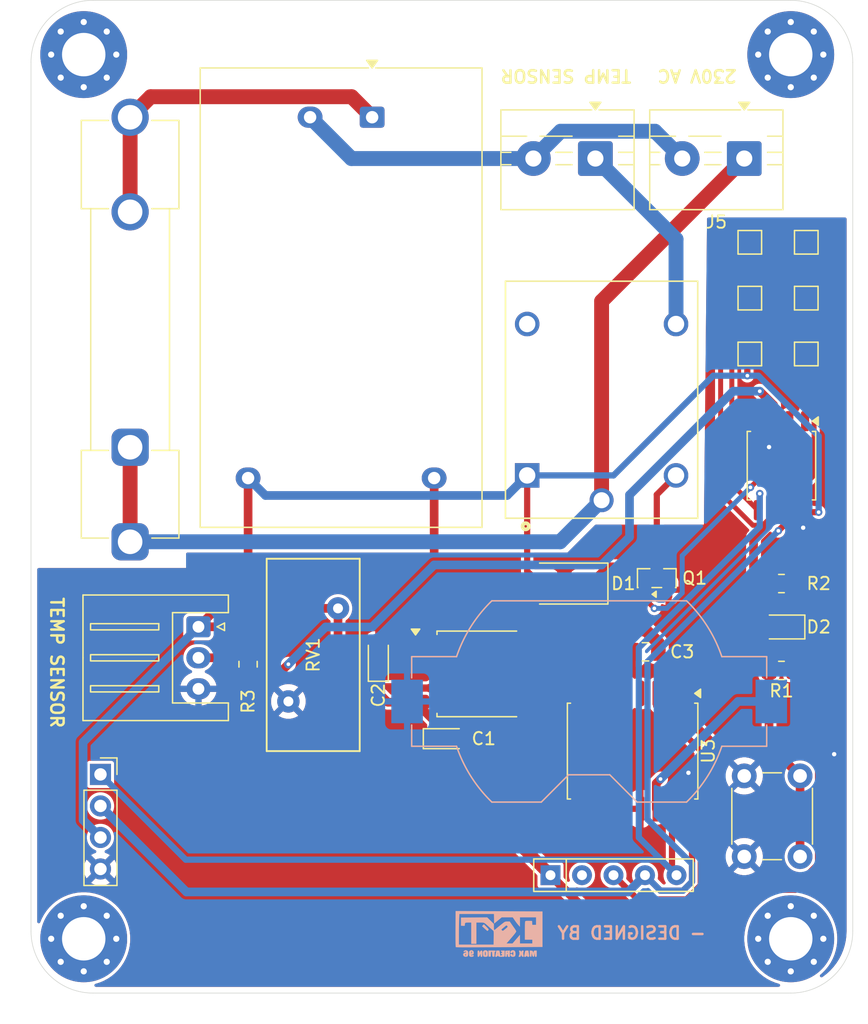
<source format=kicad_pcb>
(kicad_pcb (version 20241229) (generator "pcbnew") (generator_version "9.0")
  (layers (0 "F.Cu" signal) (2 "B.Cu" signal) (13 "F.Paste" user) (15 "B.Paste" user) (5 "F.SilkS" user "F.Silkscreen") (7 "B.SilkS" user "B.Silkscreen") (1 "F.Mask" user) (3 "B.Mask" user) (25 "Edge.Cuts" user))
  (net 0 "")
  (net 1 "5V")
  (net 2 "GND")
  (net 3 "3V3")
  (net 4 "/MOS_1")
  (net 5 "Net-(D2-A)")
  (net 6 "FUSED_LIVE")
  (net 7 "LIVE")
  (net 8 "SDA")
  (net 9 "SCL")
  (net 10 "VBAT")
  (net 11 "NEUTRAL")
  (net 12 "/LIVE1")
  (net 13 "/TEMP")
  (net 15 "/SW")
  (net 16 "REL1")
  (net 17 "/RST")
  (net 19 "INT")
  (footprint "Fuse:Fuseholder_Clip-6.3x32mm_Littelfuse_102_122_Inline_P34.21x7.62mm_D1.98mm_Horizontal" (layer "F.Cu") (at 129.75 91.37 90)
    (property "Reference" "F1" (hide yes))
    (property "Value" "250V@500mA")
    (pad "1" thru_hole roundrect (at 0 0 90) (size 3 3) (drill 1.98) (layers "*.Cu" "*.Mask") (net 7 "LIVE"))
    (pad "1" thru_hole roundrect (at 7.62 0 90) (size 3 3) (drill 1.98) (layers "*.Cu" "*.Mask") (net 7 "LIVE"))
    (pad "2" thru_hole circle (at 26.59 0 90) (size 3 3) (drill 1.98) (layers "*.Cu" "*.Mask") (net 6 "FUSED_LIVE"))
    (pad "2" thru_hole circle (at 34.21 0 90) (size 3 3) (drill 1.98) (layers "*.Cu" "*.Mask") (net 6 "FUSED_LIVE"))
  )
  (footprint "Resistor_SMD:R_0805_2012Metric_Pad1.20x1.40mm_HandSolder" (layer "F.Cu") (at 182.26 101.735 180)
    (property "Reference" "R1" (at 0 -1.65 0) (layer "F.SilkS"))
    (property "Value" "10k")
    (pad "1" smd roundrect (at -1 0 180) (size 1.2 1.4) (layers "F.Cu" "F.Mask" "F.Paste") (roundrect_rratio 0.208333) (net 3 "3V3"))
    (pad "2" smd roundrect (at 1 0 180) (size 1.2 1.4) (layers "F.Cu" "F.Mask" "F.Paste") (roundrect_rratio 0.208333) (net 15 "/SW"))
  )
  (footprint "MountingHole:MountingHole_3.5mm_Pad_Via" (layer "F.Cu") (at 183.01 123.36 -90)
    (property "Reference" "H3" (hide yes))
    (property "Value" "MH")
    (pad "1" thru_hole circle (at -2.625 0 270) (size 0.8 0.8) (drill 0.5) (layers "*.Cu" "*.Mask"))
    (pad "1" thru_hole circle (at -1.856155 -1.856155 270) (size 0.8 0.8) (drill 0.5) (layers "*.Cu" "*.Mask"))
    (pad "1" thru_hole circle (at -1.856155 1.856155 270) (size 0.8 0.8) (drill 0.5) (layers "*.Cu" "*.Mask"))
    (pad "1" thru_hole circle (at 0 -2.625 270) (size 0.8 0.8) (drill 0.5) (layers "*.Cu" "*.Mask"))
    (pad "1" thru_hole circle (at 0 0 270) (size 7 7) (drill 3.5) (layers "*.Cu" "*.Mask"))
    (pad "1" thru_hole circle (at 0 2.625 270) (size 0.8 0.8) (drill 0.5) (layers "*.Cu" "*.Mask"))
    (pad "1" thru_hole circle (at 1.856155 -1.856155 270) (size 0.8 0.8) (drill 0.5) (layers "*.Cu" "*.Mask"))
    (pad "1" thru_hole circle (at 1.856155 1.856155 270) (size 0.8 0.8) (drill 0.5) (layers "*.Cu" "*.Mask"))
    (pad "1" thru_hole circle (at 2.625 0 270) (size 0.8 0.8) (drill 0.5) (layers "*.Cu" "*.Mask"))
  )
  (footprint "TestPoint:TestPoint_Pad_1.5x1.5mm" (layer "F.Cu") (at 179.71 76.235 -90)
    (property "Reference" "VCC1" (hide yes))
    (property "Value" "TP")
    (pad "1" smd rect (at 0 0 270) (size 1.5 1.5) (layers "F.Cu" "F.Mask") (net 1 "5V"))
  )
  (footprint "TestPoint:TestPoint_Pad_1.5x1.5mm" (layer "F.Cu") (at 179.71 71.735 -90)
    (property "Reference" "RESET1" (hide yes))
    (property "Value" "TP")
    (pad "1" smd rect (at 0 0 270) (size 1.5 1.5) (layers "F.Cu" "F.Mask") (net 17 "/RST"))
  )
  (footprint "TestPoint:TestPoint_Pad_1.5x1.5mm" (layer "F.Cu") (at 179.71 67.235 -90)
    (property "Reference" "MISO1" (hide yes))
    (property "Value" "TP")
    (pad "1" smd rect (at 0 0 270) (size 1.5 1.5) (layers "F.Cu" "F.Mask") (net 15 "/SW"))
  )
  (footprint "Resistor_THT:R_Array_SIP5" (layer "F.Cu") (at 163.64 118.235)
    (property "Reference" "RN1" (hide yes))
    (property "Value" "4k7")
    (pad "1" thru_hole rect (at 0 0) (size 1.6 1.6) (drill 0.8) (layers "*.Cu" "*.Mask") (net 3 "3V3"))
    (pad "2" thru_hole circle (at 2.54 0) (size 1.6 1.6) (drill 0.8) (layers "*.Cu" "*.Mask"))
    (pad "3" thru_hole circle (at 5.08 0) (size 1.6 1.6) (drill 0.8) (layers "*.Cu" "*.Mask") (net 19 "INT"))
    (pad "4" thru_hole circle (at 7.62 0) (size 1.6 1.6) (drill 0.8) (layers "*.Cu" "*.Mask") (net 9 "SCL"))
    (pad "5" thru_hole circle (at 10.16 0) (size 1.6 1.6) (drill 0.8) (layers "*.Cu" "*.Mask") (net 8 "SDA"))
  )
  (footprint "Package_SO:SOIC-16W_7.5x10.3mm_P1.27mm" (layer "F.Cu") (at 170.26 108.235 -90)
    (property "Reference" "U3" (at 0 -6.1 90) (layer "F.SilkS"))
    (property "Value" "DS3231M")
    (pad "1" smd roundrect (at -4.65 -4.445 270) (size 2.05 0.6) (layers "F.Cu" "F.Mask" "F.Paste"))
    (pad "2" smd roundrect (at -4.65 -3.175 270) (size 2.05 0.6) (layers "F.Cu" "F.Mask" "F.Paste") (net 3 "3V3"))
    (pad "3" smd roundrect (at -4.65 -1.905 270) (size 2.05 0.6) (layers "F.Cu" "F.Mask" "F.Paste") (net 19 "INT"))
    (pad "4" smd roundrect (at -4.65 -0.635 270) (size 2.05 0.6) (layers "F.Cu" "F.Mask" "F.Paste"))
    (pad "5" smd roundrect (at -4.65 0.635 270) (size 2.05 0.6) (layers "F.Cu" "F.Mask" "F.Paste") (net 2 "GND"))
    (pad "6" smd roundrect (at -4.65 1.905 270) (size 2.05 0.6) (layers "F.Cu" "F.Mask" "F.Paste") (net 2 "GND"))
    (pad "7" smd roundrect (at -4.65 3.175 270) (size 2.05 0.6) (layers "F.Cu" "F.Mask" "F.Paste") (net 2 "GND"))
    (pad "8" smd roundrect (at -4.65 4.445 270) (size 2.05 0.6) (layers "F.Cu" "F.Mask" "F.Paste") (net 2 "GND"))
    (pad "9" smd roundrect (at 4.65 4.445 270) (size 2.05 0.6) (layers "F.Cu" "F.Mask" "F.Paste") (net 2 "GND"))
    (pad "10" smd roundrect (at 4.65 3.175 270) (size 2.05 0.6) (layers "F.Cu" "F.Mask" "F.Paste") (net 2 "GND"))
    (pad "11" smd roundrect (at 4.65 1.905 270) (size 2.05 0.6) (layers "F.Cu" "F.Mask" "F.Paste") (net 2 "GND"))
    (pad "12" smd roundrect (at 4.65 0.635 270) (size 2.05 0.6) (layers "F.Cu" "F.Mask" "F.Paste") (net 2 "GND"))
    (pad "13" smd roundrect (at 4.65 -0.635 270) (size 2.05 0.6) (layers "F.Cu" "F.Mask" "F.Paste") (net 2 "GND"))
    (pad "14" smd roundrect (at 4.65 -1.905 270) (size 2.05 0.6) (layers "F.Cu" "F.Mask" "F.Paste") (net 10 "VBAT"))
    (pad "15" smd roundrect (at 4.65 -3.175 270) (size 2.05 0.6) (layers "F.Cu" "F.Mask" "F.Paste") (net 8 "SDA"))
    (pad "16" smd roundrect (at 4.65 -4.445 270) (size 2.05 0.6) (layers "F.Cu" "F.Mask" "F.Paste") (net 9 "SCL"))
  )
  (footprint "TestPoint:TestPoint_Pad_1.5x1.5mm" (layer "F.Cu") (at 184.26 67.235 -90)
    (property "Reference" "GND1" (hide yes))
    (property "Value" "TP")
    (pad "1" smd rect (at 0 0 270) (size 1.5 1.5) (layers "F.Cu" "F.Mask") (net 2 "GND"))
  )
  (footprint "TerminalBlock:TerminalBlock_MaiXu_MX126-5.0-02P_1x02_P5.00mm" (layer "F.Cu") (at 167.26 60.485 180)
    (property "Reference" "J3" (hide yes))
    (property "Value" "01X02")
    (pad "1" thru_hole roundrect (at 0 0 180) (size 2.8 2.8) (drill 1.3) (layers "*.Cu" "*.Mask") (roundrect_rratio 0.089286) (net 12 "/LIVE1"))
    (pad "2" thru_hole circle (at 5 0 180) (size 2.8 2.8) (drill 1.3) (layers "*.Cu" "*.Mask") (net 11 "NEUTRAL"))
  )
  (footprint "Varistor:RV_Disc_D15.5mm_W7.5mm_P7.5mm" (layer "F.Cu") (at 146.51 96.735 -90)
    (property "Reference" "RV1" (at 3.75 2 90) (layer "F.SilkS"))
    (property "Value" "275V-14D")
    (pad "1" thru_hole circle (at 0 0 270) (size 1.8 1.8) (drill 0.8) (layers "*.Cu" "*.Mask") (net 1 "5V"))
    (pad "2" thru_hole circle (at 7.5 4 270) (size 1.8 1.8) (drill 0.8) (layers "*.Cu" "*.Mask") (net 2 "GND"))
  )
  (footprint "Converter_ACDC:Converter_ACDC_Hi-Link_HLK-PMxx" (layer "F.Cu") (at 149.26 57.155 -90)
    (property "Reference" "PS1" (hide yes))
    (property "Value" "HLK-PM01")
    (pad "1" thru_hole roundrect (at 0 0 270) (size 1.7 2) (drill 1) (layers "*.Cu" "*.Mask") (roundrect_rratio 0.147059) (net 6 "FUSED_LIVE"))
    (pad "2" thru_hole oval (at 0 5 270) (size 1.7 2) (drill 1) (layers "*.Cu" "*.Mask") (net 11 "NEUTRAL"))
    (pad "3" thru_hole oval (at 29.08 -5 270) (size 1.7 2) (drill 1) (layers "*.Cu" "*.Mask") (net 2 "GND"))
    (pad "4" thru_hole oval (at 29.08 10 270) (size 1.7 2) (drill 1) (layers "*.Cu" "*.Mask") (net 1 "5V"))
  )
  (footprint "Resistor_SMD:R_0805_2012Metric_Pad1.20x1.40mm_HandSolder" (layer "F.Cu") (at 182.26 94.735 180)
    (property "Reference" "R2" (at -3 0 0) (layer "F.SilkS"))
    (property "Value" "1k")
    (pad "1" smd roundrect (at -1 0 180) (size 1.2 1.4) (layers "F.Cu" "F.Mask" "F.Paste") (roundrect_rratio 0.208333) (net 3 "3V3"))
    (pad "2" smd roundrect (at 1 0 180) (size 1.2 1.4) (layers "F.Cu" "F.Mask" "F.Paste") (roundrect_rratio 0.208333) (net 5 "Net-(D2-A)"))
  )
  (footprint "Package_TO_SOT_SMD:SOT-23" (layer "F.Cu") (at 172.21 94.2975 90)
    (property "Reference" "Q1" (at 0 3.05 0) (layer "F.SilkS"))
    (property "Value" "AO3400A")
    (pad "1" smd roundrect (at -0.9375 -0.95 90) (size 1.475 0.6) (layers "F.Cu" "F.Mask" "F.Paste") (net 16 "REL1"))
    (pad "2" smd roundrect (at -0.9375 0.95 90) (size 1.475 0.6) (layers "F.Cu" "F.Mask" "F.Paste") (net 2 "GND"))
    (pad "3" smd roundrect (at 0.9375 0 90) (size 1.475 0.6) (layers "F.Cu" "F.Mask" "F.Paste") (net 4 "/MOS_1"))
  )
  (footprint "Package_SO:SOIC-8_5.3x5.3mm_P1.27mm" (layer "F.Cu") (at 182.26 85.235 -90)
    (property "Reference" "U1" (hide yes))
    (property "Value" "ATtiny85V-10S")
    (pad "1" smd roundrect (at -3.5875 -1.905 270) (size 1.625 0.65) (layers "F.Cu" "F.Mask" "F.Paste") (net 17 "/RST"))
    (pad "2" smd roundrect (at -3.5875 -0.635 270) (size 1.625 0.65) (layers "F.Cu" "F.Mask" "F.Paste") (net 16 "REL1"))
    (pad "3" smd roundrect (at -3.5875 0.635 270) (size 1.625 0.65) (layers "F.Cu" "F.Mask" "F.Paste") (net 13 "/TEMP"))
    (pad "4" smd roundrect (at -3.5875 1.905 270) (size 1.625 0.65) (layers "F.Cu" "F.Mask" "F.Paste") (net 2 "GND"))
    (pad "5" smd roundrect (at 3.5875 1.905 270) (size 1.625 0.65) (layers "F.Cu" "F.Mask" "F.Paste") (net 8 "SDA"))
    (pad "6" smd roundrect (at 3.5875 0.635 270) (size 1.625 0.65) (layers "F.Cu" "F.Mask" "F.Paste") (net 15 "/SW"))
    (pad "7" smd roundrect (at 3.5875 -0.635 270) (size 1.625 0.65) (layers "F.Cu" "F.Mask" "F.Paste") (net 9 "SCL"))
    (pad "8" smd roundrect (at 3.5875 -1.905 270) (size 1.625 0.65) (layers "F.Cu" "F.Mask" "F.Paste") (net 1 "5V"))
  )
  (footprint "Resistor_SMD:R_0805_2012Metric_Pad1.20x1.40mm_HandSolder" (layer "F.Cu") (at 139.26 101.235 -90)
    (property "Reference" "R3" (at 3 0 90) (layer "F.SilkS"))
    (property "Value" "4.7k")
    (pad "1" smd roundrect (at -1 0 270) (size 1.2 1.4) (layers "F.Cu" "F.Mask" "F.Paste") (roundrect_rratio 0.208333) (net 1 "5V"))
    (pad "2" smd roundrect (at 1 0 270) (size 1.2 1.4) (layers "F.Cu" "F.Mask" "F.Paste") (roundrect_rratio 0.208333) (net 13 "/TEMP"))
  )
  (footprint "Connector_JST:JST_XH_S3B-XH-A_1x03_P2.50mm_Horizontal" (layer "F.Cu") (at 135.26 98.2175 -90)
    (property "Reference" "J4" (hide yes))
    (property "Value" "01X03")
    (pad "1" thru_hole roundrect (at 0 0 270) (size 1.7 1.95) (drill 0.95) (layers "*.Cu" "*.Mask") (roundrect_rratio 0.147059) (net 1 "5V"))
    (pad "2" thru_hole oval (at 2.5 0 270) (size 1.7 1.95) (drill 0.95) (layers "*.Cu" "*.Mask") (net 13 "/TEMP"))
    (pad "3" thru_hole oval (at 5 0 270) (size 1.7 1.95) (drill 0.95) (layers "*.Cu" "*.Mask") (net 2 "GND"))
  )
  (footprint "RELAY_5V:RELAY_SRD-05VDC-SL-C" (layer "F.Cu") (at 167.76 79.92 90)
    (property "Reference" "K1" (hide yes))
    (property "Value" "SRD-05VDC-SL-C")
    (pad "A1" thru_hole rect (at -6.1 -6 90) (size 1.98 1.98) (drill 1.32) (layers "*.Cu" "*.Mask") (net 1 "5V"))
    (pad "A2" thru_hole circle (at -6.1 6 90) (size 1.98 1.98) (drill 1.32) (layers "*.Cu" "*.Mask") (net 4 "/MOS_1"))
    (pad "COM" thru_hole circle (at -8.1 0 90) (size 1.935 1.935) (drill 1.29) (layers "*.Cu" "*.Mask") (net 7 "LIVE"))
    (pad "NC" thru_hole circle (at 6.1 -6 90) (size 1.98 1.98) (drill 1.32) (layers "*.Cu" "*.Mask"))
    (pad "NO" thru_hole circle (at 6.1 6 90) (size 1.98 1.98) (drill 1.32) (layers "*.Cu" "*.Mask") (net 12 "/LIVE1"))
  )
  (footprint "Button_Switch_THT:SW_PUSH_6mm" (layer "F.Cu") (at 183.76 110.235 -90)
    (property "Reference" "SW1" (hide yes))
    (property "Value" "INP")
    (pad "1" thru_hole circle (at 0 0) (size 2 2) (drill 1.1) (layers "*.Cu" "*.Mask") (net 15 "/SW"))
    (pad "1" thru_hole circle (at 6.5 0) (size 2 2) (drill 1.1) (layers "*.Cu" "*.Mask") (net 15 "/SW"))
    (pad "2" thru_hole circle (at 0 4.5) (size 2 2) (drill 1.1) (layers "*.Cu" "*.Mask") (net 2 "GND"))
    (pad "2" thru_hole circle (at 6.5 4.5) (size 2 2) (drill 1.1) (layers "*.Cu" "*.Mask") (net 2 "GND"))
  )
  (footprint "TestPoint:TestPoint_Pad_1.5x1.5mm" (layer "F.Cu") (at 184.26 76.235 -90)
    (property "Reference" "SCK1" (hide yes))
    (property "Value" "TP")
    (pad "1" smd rect (at 0 0 270) (size 1.5 1.5) (layers "F.Cu" "F.Mask") (net 9 "SCL"))
  )
  (footprint "MountingHole:MountingHole_3.5mm_Pad_Via" (layer "F.Cu") (at 183.01 52.11 -90)
    (property "Reference" "H1" (hide yes))
    (property "Value" "MH")
    (pad "1" thru_hole circle (at -2.625 0 270) (size 0.8 0.8) (drill 0.5) (layers "*.Cu" "*.Mask"))
    (pad "1" thru_hole circle (at -1.856155 -1.856155 270) (size 0.8 0.8) (drill 0.5) (layers "*.Cu" "*.Mask"))
    (pad "1" thru_hole circle (at -1.856155 1.856155 270) (size 0.8 0.8) (drill 0.5) (layers "*.Cu" "*.Mask"))
    (pad "1" thru_hole circle (at 0 -2.625 270) (size 0.8 0.8) (drill 0.5) (layers "*.Cu" "*.Mask"))
    (pad "1" thru_hole circle (at 0 0 270) (size 7 7) (drill 3.5) (layers "*.Cu" "*.Mask"))
    (pad "1" thru_hole circle (at 0 2.625 270) (size 0.8 0.8) (drill 0.5) (layers "*.Cu" "*.Mask"))
    (pad "1" thru_hole circle (at 1.856155 -1.856155 270) (size 0.8 0.8) (drill 0.5) (layers "*.Cu" "*.Mask"))
    (pad "1" thru_hole circle (at 1.856155 1.856155 270) (size 0.8 0.8) (drill 0.5) (layers "*.Cu" "*.Mask"))
    (pad "1" thru_hole circle (at 2.625 0 270) (size 0.8 0.8) (drill 0.5) (layers "*.Cu" "*.Mask"))
  )
  (footprint "Connector_PinSocket_2.54mm:PinSocket_1x04_P2.54mm_Vertical" (layer "F.Cu") (at 127.36 110.115)
    (property "Reference" "J1" (hide yes))
    (property "Value" "01X04")
    (pad "1" thru_hole rect (at 0 0) (size 1.7 1.7) (drill 1) (layers "*.Cu" "*.Mask") (net 8 "SDA"))
    (pad "2" thru_hole circle (at 0 2.54) (size 1.7 1.7) (drill 1) (layers "*.Cu" "*.Mask") (net 9 "SCL"))
    (pad "3" thru_hole circle (at 0 5.08) (size 1.7 1.7) (drill 1) (layers "*.Cu" "*.Mask") (net 1 "5V"))
    (pad "4" thru_hole circle (at 0 7.62) (size 1.7 1.7) (drill 1) (layers "*.Cu" "*.Mask") (net 2 "GND"))
  )
  (footprint "TestPoint:TestPoint_Pad_1.5x1.5mm" (layer "F.Cu") (at 184.26 71.735 -90)
    (property "Reference" "MOSI1" (hide yes))
    (property "Value" "TP")
    (pad "1" smd rect (at 0 0 270) (size 1.5 1.5) (layers "F.Cu" "F.Mask") (net 8 "SDA"))
  )
  (footprint "TerminalBlock:TerminalBlock_MaiXu_MX126-5.0-02P_1x02_P5.00mm" (layer "F.Cu") (at 179.26 60.485 180)
    (property "Reference" "J5" (at 2.25 -5.12 0) (layer "F.SilkS"))
    (property "Value" "01X02")
    (pad "1" thru_hole roundrect (at 0 0 180) (size 2.8 2.8) (drill 1.3) (layers "*.Cu" "*.Mask") (roundrect_rratio 0.089286) (net 7 "LIVE"))
    (pad "2" thru_hole circle (at 5 0 180) (size 2.8 2.8) (drill 1.3) (layers "*.Cu" "*.Mask") (net 11 "NEUTRAL"))
  )
  (footprint "LED_SMD:LED_0805_2012Metric_Pad1.15x1.40mm_HandSolder" (layer "F.Cu") (at 182.285 98.235 180)
    (property "Reference" "D2" (at -2.975 0 0) (layer "F.SilkS"))
    (property "Value" "LED")
    (pad "1" smd roundrect (at -1.025 0 180) (size 1.15 1.4) (layers "F.Cu" "F.Mask" "F.Paste") (roundrect_rratio 0.217391) (net 2 "GND"))
    (pad "2" smd roundrect (at 1.025 0 180) (size 1.15 1.4) (layers "F.Cu" "F.Mask" "F.Paste") (roundrect_rratio 0.217391) (net 5 "Net-(D2-A)"))
  )
  (footprint "Package_TO_SOT_SMD:TO-252-3_TabPin2" (layer "F.Cu") (at 157.8 102.015)
    (property "Reference" "U2" (hide yes))
    (property "Value" "LM1117DT-3.3")
    (pad "1" smd roundrect (at -5.04 -2.28) (size 2.2 1.2) (layers "F.Cu" "F.Mask" "F.Paste") (roundrect_rratio 0.208333) (net 2 "GND"))
    (pad "2" smd roundrect (at -5.04 0) (size 2.2 1.2) (layers "F.Cu" "F.Mask" "F.Paste") (roundrect_rratio 0.208333) (net 3 "3V3"))
    (pad "2" smd roundrect (at 1.26 0) (size 6.4 5.8) (layers "F.Cu" "F.Mask") (roundrect_rratio 0.043103) (net 3 "3V3"))
    (pad "3" smd roundrect (at -5.04 2.28) (size 2.2 1.2) (layers "F.Cu" "F.Mask" "F.Paste") (roundrect_rratio 0.208333) (net 1 "5V"))
  )
  (footprint "MountingHole:MountingHole_3.5mm_Pad_Via" (layer "F.Cu") (at 126.01 52.11 -90)
    (property "Reference" "H2" (hide yes))
    (property "Value" "MH")
    (pad "1" thru_hole circle (at -2.625 0 270) (size 0.8 0.8) (drill 0.5) (layers "*.Cu" "*.Mask"))
    (pad "1" thru_hole circle (at -1.856155 -1.856155 270) (size 0.8 0.8) (drill 0.5) (layers "*.Cu" "*.Mask"))
    (pad "1" thru_hole circle (at -1.856155 1.856155 270) (size 0.8 0.8) (drill 0.5) (layers "*.Cu" "*.Mask"))
    (pad "1" thru_hole circle (at 0 -2.625 270) (size 0.8 0.8) (drill 0.5) (layers "*.Cu" "*.Mask"))
    (pad "1" thru_hole circle (at 0 0 270) (size 7 7) (drill 3.5) (layers "*.Cu" "*.Mask"))
    (pad "1" thru_hole circle (at 0 2.625 270) (size 0.8 0.8) (drill 0.5) (layers "*.Cu" "*.Mask"))
    (pad "1" thru_hole circle (at 1.856155 -1.856155 270) (size 0.8 0.8) (drill 0.5) (layers "*.Cu" "*.Mask"))
    (pad "1" thru_hole circle (at 1.856155 1.856155 270) (size 0.8 0.8) (drill 0.5) (layers "*.Cu" "*.Mask"))
    (pad "1" thru_hole circle (at 2.625 0 270) (size 0.8 0.8) (drill 0.5) (layers "*.Cu" "*.Mask"))
  )
  (footprint "MountingHole:MountingHole_3.5mm_Pad_Via" (layer "F.Cu") (at 126.01 123.36 -90)
    (property "Reference" "H4" (hide yes))
    (property "Value" "MH")
    (pad "1" thru_hole circle (at -2.625 0 270) (size 0.8 0.8) (drill 0.5) (layers "*.Cu" "*.Mask"))
    (pad "1" thru_hole circle (at -1.856155 -1.856155 270) (size 0.8 0.8) (drill 0.5) (layers "*.Cu" "*.Mask"))
    (pad "1" thru_hole circle (at -1.856155 1.856155 270) (size 0.8 0.8) (drill 0.5) (layers "*.Cu" "*.Mask"))
    (pad "1" thru_hole circle (at 0 -2.625 270) (size 0.8 0.8) (drill 0.5) (layers "*.Cu" "*.Mask"))
    (pad "1" thru_hole circle (at 0 0 270) (size 7 7) (drill 3.5) (layers "*.Cu" "*.Mask"))
    (pad "1" thru_hole circle (at 0 2.625 270) (size 0.8 0.8) (drill 0.5) (layers "*.Cu" "*.Mask"))
    (pad "1" thru_hole circle (at 1.856155 -1.856155 270) (size 0.8 0.8) (drill 0.5) (layers "*.Cu" "*.Mask"))
    (pad "1" thru_hole circle (at 1.856155 1.856155 270) (size 0.8 0.8) (drill 0.5) (layers "*.Cu" "*.Mask"))
    (pad "1" thru_hole circle (at 2.625 0 270) (size 0.8 0.8) (drill 0.5) (layers "*.Cu" "*.Mask"))
  )
  (footprint "Capacitor_Tantalum_SMD:CP_EIA-2012-15_AVX-P_HandSolder" (layer "F.Cu") (at 149.76 100.7125 90)
    (property "Reference" "C2" (at -3.0225 0 90) (layer "F.SilkS"))
    (property "Value" "10uf")
    (pad "1" smd roundrect (at -0.9775 0 90) (size 1.315 1.09) (layers "F.Cu" "F.Mask" "F.Paste") (roundrect_rratio 0.229358) (net 3 "3V3"))
    (pad "2" smd roundrect (at 0.9775 0 90) (size 1.315 1.09) (layers "F.Cu" "F.Mask" "F.Paste") (roundrect_rratio 0.229358) (net 2 "GND"))
  )
  (footprint "Diode_SMD:D_SMA" (layer "F.Cu") (at 164.76 94.735 180)
    (property "Reference" "D1" (at -4.75 0 0) (layer "F.SilkS"))
    (property "Value" "SS14")
    (pad "1" smd roundrect (at -2 0 180) (size 2.5 1.8) (layers "F.Cu" "F.Mask" "F.Paste") (roundrect_rratio 0.1388888889) (net 4 "/MOS_1"))
    (pad "2" smd roundrect (at 2 0 180) (size 2.5 1.8) (layers "F.Cu" "F.Mask" "F.Paste") (roundrect_rratio 0.1388888889) (net 1 "5V"))
  )
  (footprint "Capacitor_Tantalum_SMD:CP_EIA-2012-15_AVX-P_HandSolder" (layer "F.Cu") (at 155.2825 107.235)
    (property "Reference" "C1" (at 2.9775 0 0) (layer "F.SilkS"))
    (property "Value" "10uf")
    (pad "1" smd roundrect (at -0.9775 0) (size 1.315 1.09) (layers "F.Cu" "F.Mask" "F.Paste") (roundrect_rratio 0.229358) (net 1 "5V"))
    (pad "2" smd roundrect (at 0.9775 0) (size 1.315 1.09) (layers "F.Cu" "F.Mask" "F.Paste") (roundrect_rratio 0.229358) (net 2 "GND"))
  )
  (footprint "Capacitor_SMD:C_0805_2012Metric_Pad1.18x1.45mm_HandSolder" (layer "F.Cu") (at 171.2975 100.235 180)
    (property "Reference" "C3" (at -2.9625 0 0) (layer "F.SilkS"))
    (property "Value" "0.1uF")
    (pad "1" smd roundrect (at -1.0375 0 180) (size 1.175 1.45) (layers "F.Cu" "F.Mask" "F.Paste") (roundrect_rratio 0.212766) (net 3 "3V3"))
    (pad "2" smd roundrect (at 1.0375 0 180) (size 1.175 1.45) (layers "F.Cu" "F.Mask" "F.Paste") (roundrect_rratio 0.212766) (net 2 "GND"))
  )
  (footprint "Battery:BatteryHolder_Keystone_1058_1x2032" (layer "B.Cu") (at 166.76 104.235 180)
    (property "Reference" "J2" (hide yes))
    (property "Value" "01X02")
    (pad "1" smd rect (at -14.68 0 180) (size 2.54 3.51) (layers "B.Cu" "B.Mask" "B.Paste") (net 10 "VBAT"))
    (pad "2" smd rect (at 14.68 0 180) (size 2.54 3.51) (layers "B.Cu" "B.Mask" "B.Paste") (net 2 "GND"))
  )
  (footprint "LOGO" (layer "B.Cu") (at 159.26 122.985 180)
    (property "Reference" "G***" (hide yes))
    (property "Value" "LOGO" (hide yes))
  )
  (gr_line (start 183.01 127.735) (end 126.76 127.735) (stroke (width 0.05)) (layer "Edge.Cuts"))
  (gr_line (start 126.76 47.735) (end 183.01 47.735) (stroke (width 0.05)) (layer "Edge.Cuts"))
  (gr_arc (start 121.76 52.735) (mid 123.224466 49.199466) (end 126.76 47.735) (stroke (width 0.05)) (layer "Edge.Cuts"))
  (gr_line (start 188.01 52.735) (end 188.01 122.735) (stroke (width 0.05)) (layer "Edge.Cuts"))
  (gr_arc (start 126.76 127.735) (mid 123.224466 126.270534) (end 121.76 122.735) (stroke (width 0.05)) (layer "Edge.Cuts"))
  (gr_arc (start 188.01 122.735) (mid 186.545534 126.270534) (end 183.01 127.735) (stroke (width 0.05)) (layer "Edge.Cuts"))
  (gr_line (start 121.76 122.735) (end 121.76 52.735) (stroke (width 0.05)) (layer "Edge.Cuts"))
  (gr_arc (start 183.01 47.735) (mid 186.545534 49.199466) (end 188.01 52.735) (stroke (width 0.05)) (layer "Edge.Cuts"))
  (gr_text "230V AC" (at 178.76 53.235 180) (layer "F.SilkS") (effects (font (size 1 1) (thickness 0.2) (bold yes)) (justify left bottom)))
  (gr_text "TEMP SENSOR\n" (at 123.26 95.735 270) (layer "F.SilkS") (effects (font (size 1 1) (thickness 0.2) (bold yes)) (justify left bottom)))
  (gr_text "TEMP SENSOR\n" (at 170.26 53.235 180) (layer "F.SilkS") (effects (font (size 1 1) (thickness 0.2) (bold yes)) (justify left bottom)))
  (gr_text "- DESIGNED BY " (at 176.26 123.485 0) (layer "B.SilkS") (effects (font (size 1 1) (thickness 0.2) (bold yes)) (justify left bottom mirror)))
  (segment (start 161.76 93.735) (end 162.76 94.735) (width 0.5) (layer "F.Cu") (net 1))
  (segment (start 179.51 76.435) (end 179.71 76.235) (width 0.5) (layer "F.Cu") (net 1))
  (segment (start 184.3275 88.985) (end 184.165 88.8225) (width 0.5) (layer "F.Cu") (net 1))
  (segment (start 154.305 107.235) (end 154.305 105.84) (width 0.7) (layer "F.Cu") (net 1))
  (segment (start 161.76 86.02) (end 161.76 93.735) (width 0.5) (layer "F.Cu") (net 1))
  (segment (start 135.26 98.2175) (end 137.2425 98.2175) (width 0.7) (layer "F.Cu") (net 1))
  (segment (start 185.26 88.985) (end 184.3275 88.985) (width 0.5) (layer "F.Cu") (net 1))
  (segment (start 142.76 96.735) (end 139.26 100.235) (width 0.7) (layer "F.Cu") (net 1))
  (segment (start 139.26 94.2175) (end 135.26 98.2175) (width 0.7) (layer "F.Cu") (net 1))
  (segment (start 139.26 86.235) (end 139.26 94.2175) (width 0.7) (layer "F.Cu") (net 1))
  (segment (start 146.51 96.735) (end 146.51 100.282212) (width 0.7) (layer "F.Cu") (net 1))
  (segment (start 154.305 105.84) (end 152.76 104.295) (width 0.7) (layer "F.Cu") (net 1))
  (segment (start 179.51 77.985) (end 179.51 76.435) (width 0.5) (layer "F.Cu") (net 1))
  (segment (start 146.51 100.282212) (end 150.522788 104.295) (width 0.7) (layer "F.Cu") (net 1))
  (segment (start 150.522788 104.295) (end 152.76 104.295) (width 0.7) (layer "F.Cu") (net 1))
  (segment (start 137.2425 98.2175) (end 139.26 100.235) (width 0.7) (layer "F.Cu") (net 1))
  (segment (start 146.51 96.735) (end 142.76 96.735) (width 0.7) (layer "F.Cu") (net 1))
  (via (at 179.51 77.985) (size 0.6) (drill 0.3) (layers "F.Cu" "B.Cu") (net 1))
  (via (at 185.26 88.985) (size 0.6) (drill 0.3) (layers "F.Cu" "B.Cu") (net 1))
  (segment (start 180.392785 77.985) (end 185.26 82.852215) (width 0.5) (layer "B.Cu") (net 1))
  (segment (start 125.959 113.794) (end 125.959 107.5185) (width 0.7) (layer "B.Cu") (net 1))
  (segment (start 125.959 107.5185) (end 135.26 98.2175) (width 0.7) (layer "B.Cu") (net 1))
  (segment (start 185.26 82.852215) (end 185.26 88.985) (width 0.5) (layer "B.Cu") (net 1))
  (segment (start 179.51 77.985) (end 180.392785 77.985) (width 0.5) (layer "B.Cu") (net 1))
  (segment (start 139.26 86.235) (end 140.661 87.636) (width 0.7) (layer "B.Cu") (net 1))
  (segment (start 160.144 87.636) (end 161.76 86.02) (width 0.7) (layer "B.Cu") (net 1))
  (segment (start 161.76 86.02) (end 168.725 86.02) (width 0.5) (layer "B.Cu") (net 1))
  (segment (start 140.661 87.636) (end 160.144 87.636) (width 0.7) (layer "B.Cu") (net 1))
  (segment (start 168.725 86.02) (end 176.76 77.985) (width 0.5) (layer "B.Cu") (net 1))
  (segment (start 127.36 115.195) (end 125.959 113.794) (width 0.7) (layer "B.Cu") (net 1))
  (segment (start 176.76 77.985) (end 179.51 77.985) (width 0.5) (layer "B.Cu") (net 1))
  (segment (start 154.26 98.235) (end 152.76 99.735) (width 0.7) (layer "F.Cu") (net 2))
  (segment (start 154.26 86.235) (end 154.26 98.235) (width 0.7) (layer "F.Cu") (net 2))
  (via (at 174.76 109.985) (size 0.8) (drill 0.35) (layers "F.Cu" "B.Cu") (net 2))
  (via (at 184.01 90.235) (size 0.8) (drill 0.35) (layers "F.Cu" "B.Cu") (net 2))
  (via (at 186.51 108.485) (size 0.8) (drill 0.35) (layers "F.Cu" "B.Cu") (net 2))
  (via (at 181.26 83.735) (size 0.8) (drill 0.35) (layers "F.Cu" "B.Cu") (net 2))
  (segment (start 176.26 108.485) (end 174.76 109.985) (width 0.4) (layer "B.Cu") (net 2))
  (segment (start 181.26 83.735) (end 184.01 86.485) (width 0.4) (layer "B.Cu") (net 2))
  (segment (start 186.51 108.485) (end 176.26 108.485) (width 0.4) (layer "B.Cu") (net 2))
  (segment (start 184.01 86.485) (end 184.01 90.235) (width 0.4) (layer "B.Cu") (net 2))
  (segment (start 172.335 100.235) (end 173.435 101.335) (width 0.7) (layer "F.Cu") (net 3))
  (segment (start 162.59 98.485) (end 171.31 98.485) (width 1) (layer "F.Cu") (net 3))
  (segment (start 159.06 102.015) (end 152.76 102.015) (width 1) (layer "F.Cu") (net 3))
  (segment (start 173.435 104.335522) (end 173.435 103.585) (width 0.7) (layer "F.Cu") (net 3))
  (segment (start 173.435 101.335) (end 173.435 103.585) (width 0.7) (layer "F.Cu") (net 3))
  (segment (start 177.01 119.309) (end 176.619331 119.309) (width 0.7) (layer "F.Cu") (net 3))
  (segment (start 159.06 102.015) (end 159.06 113.655) (width 1) (layer "F.Cu") (net 3))
  (segment (start 185.26 99.735) (end 185.26 96.735) (width 0.7) (layer "F.Cu") (net 3))
  (segment (start 183.26 101.735) (end 185.311 103.786) (width 0.7) (layer "F.Cu") (net 3))
  (segment (start 171.31 98.485) (end 172.335 99.51) (width 1) (layer "F.Cu") (net 3))
  (segment (start 176.619331 119.309) (end 174.940331 120.988) (width 0.7) (layer "F.Cu") (net 3))
  (segment (start 177.01 119.309) (end 177.01 107.910522) (width 0.7) (layer "F.Cu") (net 3))
  (segment (start 185.311 103.786) (end 185.311 117.377446) (width 0.7) (layer "F.Cu") (net 3))
  (segment (start 185.26 96.735) (end 183.26 94.735) (width 0.7) (layer "F.Cu") (net 3))
  (segment (start 159.06 113.655) (end 163.64 118.235) (width 1) (layer "F.Cu") (net 3))
  (segment (start 172.335 99.51) (end 172.335 100.235) (width 1) (layer "F.Cu") (net 3))
  (segment (start 183.379446 119.309) (end 177.01 119.309) (width 0.7) (layer "F.Cu") (net 3))
  (segment (start 166.393 120.988) (end 163.64 118.235) (width 0.7) (layer "F.Cu") (net 3))
  (segment (start 152.76 102.015) (end 150.085 102.015) (width 1) (layer "F.Cu") (net 3))
  (segment (start 150.085 102.015) (end 149.76 101.69) (width 1) (layer "F.Cu") (net 3))
  (segment (start 159.06 102.015) (end 162.59 98.485) (width 1) (layer "F.Cu") (net 3))
  (segment (start 177.01 107.910522) (end 173.435 104.335522) (width 0.7) (layer "F.Cu") (net 3))
  (segment (start 183.26 101.735) (end 185.26 99.735) (width 0.7) (layer "F.Cu") (net 3))
  (segment (start 185.311 117.377446) (end 183.379446 119.309) (width 0.7) (layer "F.Cu") (net 3))
  (segment (start 174.940331 120.988) (end 166.393 120.988) (width 0.7) (layer "F.Cu") (net 3))
  (segment (start 172.21 93.36) (end 172.21 87.57) (width 0.5) (layer "F.Cu") (net 4))
  (segment (start 172.21 93.36) (end 172.135 93.285) (width 0.5) (layer "F.Cu") (net 4))
  (segment (start 168.21 93.285) (end 166.76 94.735) (width 0.5) (layer "F.Cu") (net 4))
  (segment (start 172.21 87.57) (end 173.76 86.02) (width 0.5) (layer "F.Cu") (net 4))
  (segment (start 172.135 93.285) (end 168.21 93.285) (width 0.5) (layer "F.Cu") (net 4))
  (segment (start 181.26 98.235) (end 181.26 94.735) (width 0.5) (layer "F.Cu") (net 5))
  (segment (start 129.75 64.78) (end 129.75 57.16) (width 1.2) (layer "F.Cu") (net 6))
  (segment (start 149.26 57.155) (end 147.609 55.504) (width 1.2) (layer "F.Cu") (net 6))
  (segment (start 131.406 55.504) (end 129.75 57.16) (width 1.2) (layer "F.Cu") (net 6))
  (segment (start 147.609 55.504) (end 131.406 55.504) (width 1.2) (layer "F.Cu") (net 6))
  (segment (start 129.75 83.75) (end 129.75 91.37) (width 1.2) (layer "F.Cu") (net 7))
  (segment (start 167.76 71.985) (end 179.26 60.485) (width 1.2) (layer "F.Cu") (net 7))
  (segment (start 167.76 88.02) (end 167.76 71.985) (width 1.2) (layer "F.Cu") (net 7))
  (segment (start 164.41 91.37) (end 167.76 88.02) (width 1.2) (layer "B.Cu") (net 7))
  (segment (start 129.75 91.37) (end 164.41 91.37) (width 1.2) (layer "B.Cu") (net 7))
  (segment (start 178.26 86.7275) (end 180.355 88.8225) (width 0.4) (layer "F.Cu") (net 8))
  (segment (start 178.26 70.735) (end 178.26 86.7275) (width 0.4) (layer "F.Cu") (net 8))
  (segment (start 180.51 87.485) (end 180.51 88.6675) (width 0.5) (layer "F.Cu") (net 8))
  (segment (start 182.51 69.985) (end 179.01 69.985) (width 0.4) (layer "F.Cu") (net 8))
  (segment (start 184.26 71.735) (end 182.51 69.985) (width 0.4) (layer "F.Cu") (net 8))
  (segment (start 173.435 112.885) (end 173.435 117.87) (width 0.5) (layer "F.Cu") (net 8))
  (segment (start 179.01 69.985) (end 178.26 70.735) (width 0.4) (layer "F.Cu") (net 8))
  (segment (start 173.435 117.87) (end 173.8 118.235) (width 0.5) (layer "F.Cu") (net 8))
  (segment (start 180.51 88.6675) (end 180.355 88.8225) (width 0.5) (layer "F.Cu") (net 8))
  (via (at 180.51 87.485) (size 0.6) (drill 0.3) (layers "F.Cu" "B.Cu") (net 8))
  (segment (start 173.8 118.235) (end 170.76 115.195) (width 0.5) (layer "B.Cu") (net 8))
  (segment (start 180.51 90.155654) (end 180.51 87.485) (width 0.5) (layer "B.Cu") (net 8))
  (segment (start 170.76 115.195) (end 170.76 99.905654) (width 0.5) (layer "B.Cu") (net 8))
  (segment (start 170.76 99.905654) (end 180.51 90.155654) (width 0.5) (layer "B.Cu") (net 8))
  (segment (start 161.26 116.985) (end 134.23 116.985) (width 0.5) (layer "B.Cu") (net 8))
  (segment (start 134.23 116.985) (end 127.36 110.115) (width 0.5) (layer "B.Cu") (net 8))
  (segment (start 172.549 116.984) (end 161.261 116.984) (width 0.5) (layer "B.Cu") (net 8))
  (segment (start 161.261 116.984) (end 161.26 116.985) (width 0.5) (layer "B.Cu") (net 8))
  (segment (start 173.8 118.235) (end 172.549 116.984) (width 0.5) (layer "B.Cu") (net 8))
  (segment (start 184.891 76.866) (end 184.891 86.014001) (width 0.4) (layer "F.Cu") (net 9))
  (segment (start 184.26 76.235) (end 184.891 76.866) (width 0.4) (layer "F.Cu") (net 9))
  (segment (start 172.511 119.486) (end 174.318182 119.486) (width 0.5) (layer "F.Cu") (net 9))
  (segment (start 171.26 118.235) (end 172.511 119.486) (width 0.5) (layer "F.Cu") (net 9))
  (segment (start 175.051 113.231) (end 174.705 112.885) (width 0.5) (layer "F.Cu") (net 9))
  (segment (start 175.051 118.753182) (end 175.051 113.231) (width 0.5) (layer "F.Cu") (net 9))
  (segment (start 182.895 88.010001) (end 182.895 88.8225) (width 0.4) (layer "F.Cu") (net 9))
  (segment (start 174.318182 119.486) (end 175.051 118.753182) (width 0.5) (layer "F.Cu") (net 9))
  (segment (start 182.01 90.485) (end 182.895 89.6) (width 0.5) (layer "F.Cu") (net 9))
  (segment (start 184.891 86.014001) (end 182.895 88.010001) (width 0.4) (layer "F.Cu") (net 9))
  (segment (start 182.895 89.6) (end 182.895 88.8225) (width 0.5) (layer "F.Cu") (net 9))
  (via (at 182.01 90.485) (size 0.6) (drill 0.3) (layers "F.Cu" "B.Cu") (net 9))
  (segment (start 174.318182 119.486) (end 175.051 118.753182) (width 0.5) (layer "B.Cu") (net 9))
  (segment (start 172.511 119.486) (end 174.318182 119.486) (width 0.5) (layer "B.Cu") (net 9))
  (segment (start 127.36 112.655) (end 134.291 119.586) (width 0.7) (layer "B.Cu") (net 9))
  (segment (start 171.461 101.034) (end 182.01 90.485) (width 0.5) (layer "B.Cu") (net 9))
  (segment (start 169.909 119.586) (end 171.26 118.235) (width 0.7) (layer "B.Cu") (net 9))
  (segment (start 171.26 118.235) (end 172.511 119.486) (width 0.5) (layer "B.Cu") (net 9))
  (segment (start 134.291 119.586) (end 169.909 119.586) (width 0.7) (layer "B.Cu") (net 9))
  (segment (start 175.051 117.325) (end 171.461 113.735) (width 0.5) (layer "B.Cu") (net 9))
  (segment (start 175.051 118.753182) (end 175.051 117.325) (width 0.5) (layer "B.Cu") (net 9))
  (segment (start 171.461 113.735) (end 171.461 101.034) (width 0.5) (layer "B.Cu") (net 9))
  (segment (start 172.165 112.885) (end 172.165 110.83) (width 0.7) (layer "F.Cu") (net 10))
  (segment (start 172.165 110.83) (end 172.51 110.485) (width 0.7) (layer "F.Cu") (net 10))
  (via (at 172.51 110.485) (size 0.6) (drill 0.3) (layers "F.Cu" "B.Cu") (net 10))
  (segment (start 181.44 104.235) (end 178.76 104.235) (width 0.7) (layer "B.Cu") (net 10))
  (segment (start 178.76 104.235) (end 172.51 110.485) (width 0.7) (layer "B.Cu") (net 10))
  (segment (start 162.26 60.485) (end 147.59 60.485) (width 1.2) (layer "B.Cu") (net 11))
  (segment (start 172.059 58.284) (end 164.461 58.284) (width 1.2) (layer "B.Cu") (net 11))
  (segment (start 174.26 60.485) (end 172.059 58.284) (width 1.2) (layer "B.Cu") (net 11))
  (segment (start 164.461 58.284) (end 162.26 60.485) (width 1.2) (layer "B.Cu") (net 11))
  (segment (start 147.59 60.485) (end 144.26 57.155) (width 1.2) (layer "B.Cu") (net 11))
  (segment (start 173.76 66.985) (end 167.26 60.485) (width 1.2) (layer "B.Cu") (net 12))
  (segment (start 173.76 73.82) (end 173.76 66.985) (width 1.2) (layer "B.Cu") (net 12))
  (segment (start 135.26 100.7175) (end 137.7425 100.7175) (width 0.7) (layer "F.Cu") (net 13))
  (segment (start 181.625 80.35) (end 180.51 79.235) (width 0.7) (layer "F.Cu") (net 13))
  (segment (start 139.26 102.235) (end 141.51 102.235) (width 0.7) (layer "F.Cu") (net 13))
  (segment (start 181.625 81.6475) (end 181.625 80.35) (width 0.7) (layer "F.Cu") (net 13))
  (segment (start 141.51 102.235) (end 142.51 101.235) (width 0.7) (layer "F.Cu") (net 13))
  (segment (start 137.7425 100.7175) (end 139.26 102.235) (width 0.7) (layer "F.Cu") (net 13))
  (via (at 180.51 79.235) (size 0.6) (drill 0.3) (layers "F.Cu" "B.Cu") (net 13))
  (via (at 142.51 101.235) (size 0.6) (drill 0.3) (layers "F.Cu" "B.Cu") (net 13))
  (segment (start 170.01 90.985) (end 167.76 93.235) (width 0.7) (layer "B.Cu") (net 13))
  (segment (start 170.01 87.590696) (end 170.01 90.985) (width 0.7) (layer "B.Cu") (net 13))
  (segment (start 145.51 98.235) (end 142.51 101.235) (width 0.7) (layer "B.Cu") (net 13))
  (segment (start 167.76 93.235) (end 154.26 93.235) (width 0.7) (layer "B.Cu") (net 13))
  (segment (start 180.51 79.235) (end 178.365696 79.235) (width 0.7) (layer "B.Cu") (net 13))
  (segment (start 154.26 93.235) (end 149.26 98.235) (width 0.7) (layer "B.Cu") (net 13))
  (segment (start 149.26 98.235) (end 145.51 98.235) (width 0.7) (layer "B.Cu") (net 13))
  (segment (start 178.365696 79.235) (end 170.01 87.590696) (width 0.7) (layer "B.Cu") (net 13))
  (segment (start 183.76 110.235) (end 181.26 107.735) (width 0.7) (layer "F.Cu") (net 15))
  (segment (start 181.625 89.62) (end 181.625 88.8225) (width 0.4) (layer "F.Cu") (net 15))
  (segment (start 183.76 110.235) (end 183.76 116.735) (width 0.7) (layer "F.Cu") (net 15))
  (segment (start 177.357 87.438412) (end 177.357 69.588) (width 0.4) (layer "F.Cu") (net 15))
  (segment (start 177.357 87.438412) (end 179.954588 90.036) (width 0.4) (layer "F.Cu") (net 15))
  (segment (start 180.01 100.485) (end 180.01 90.994) (width 0.7) (layer "F.Cu") (net 15))
  (segment (start 181.625 89.379) (end 181.625 88.8225) (width 0.7) (layer "F.Cu") (net 15))
  (segment (start 181.209 90.036) (end 181.625 89.62) (width 0.4) (layer "F.Cu") (net 15))
  (segment (start 179.954588 90.036) (end 181.209 90.036) (width 0.4) (layer "F.Cu") (net 15))
  (segment (start 181.26 107.735) (end 181.26 101.735) (width 0.7) (layer "F.Cu") (net 15))
  (segment (start 181.26 101.735) (end 180.01 100.485) (width 0.7) (layer "F.Cu") (net 15))
  (segment (start 177.357 69.588) (end 179.71 67.235) (width 0.4) (layer "F.Cu") (net 15))
  (segment (start 180.01 90.994) (end 181.625 89.379) (width 0.7) (layer "F.Cu") (net 15))
  (segment (start 171.26 95.235) (end 171.26 95.985) (width 0.4) (layer "F.Cu") (net 16))
  (segment (start 182.895 83.85) (end 179.76 86.985) (width 0.4) (layer "F.Cu") (net 16))
  (segment (start 171.26 95.985) (end 172.01 96.735) (width 0.4) (layer "F.Cu") (net 16))
  (segment (start 182.895 81.6475) (end 182.895 83.85) (width 0.4) (layer "F.Cu") (net 16))
  (via (at 179.76 86.985) (size 0.6) (drill 0.3) (layers "F.Cu" "B.Cu") (net 16))
  (via (at 172.01 96.735) (size 0.6) (drill 0.3) (layers "F.Cu" "B.Cu") (net 16))
  (segment (start 179.76 86.985) (end 174.26 92.485) (width 0.4) (layer "B.Cu") (net 16))
  (segment (start 174.26 95.485) (end 173.01 96.735) (width 0.4) (layer "B.Cu") (net 16))
  (segment (start 174.26 92.485) (end 174.26 95.485) (width 0.4) (layer "B.Cu") (net 16))
  (segment (start 173.01 96.735) (end 172.01 96.735) (width 0.4) (layer "B.Cu") (net 16))
  (segment (start 181.46 73.485) (end 181.46 75.737) (width 0.4) (layer "F.Cu") (net 17))
  (segment (start 181.46 75.737) (end 184.165 78.442) (width 0.4) (layer "F.Cu") (net 17))
  (segment (start 179.71 71.735) (end 181.46 73.485) (width 0.4) (layer "F.Cu") (net 17))
  (segment (start 184.165 78.442) (end 184.165 81.6475) (width 0.4) (layer "F.Cu") (net 17))
  (segment (start 172.165 104.609999) (end 172.165 103.585) (width 0.5) (layer "F.Cu") (net 19))
  (segment (start 168.72 118.235) (end 170.672 120.187) (width 0.5) (layer "F.Cu") (net 19))
  (segment (start 175.752 119.043546) (end 175.752 108.196999) (width 0.5) (layer "F.Cu") (net 19))
  (segment (start 174.608546 120.187) (end 175.752 119.043546) (width 0.5) (layer "F.Cu") (net 19))
  (segment (start 175.752 108.196999) (end 172.165 104.609999) (width 0.5) (layer "F.Cu") (net 19))
  (segment (start 170.672 120.187) (end 174.608546 120.187) (width 0.5) (layer "F.Cu") (net 19))
  (zone (net 2) (net_name "GND") (layers "F.Cu" "B.Cu") (connect_pads (clearance 0.25)) (min_thickness 0.25) (fill yes (thermal_gap 0.5) (thermal_bridge_width 0.5))
    (polygon (pts (xy 189.26 65.235) (xy 189.26 130.235) (xy 119.26 130.235) (xy 119.26 93.485) (xy 134.26 93.485) (xy 134.26 92.235) (xy 165.01 92.235) (xy 167.26 89.985) (xy 176.01 89.985) (xy 176.26 65.485) (xy 176.26 65.235)))
  )
)
</source>
